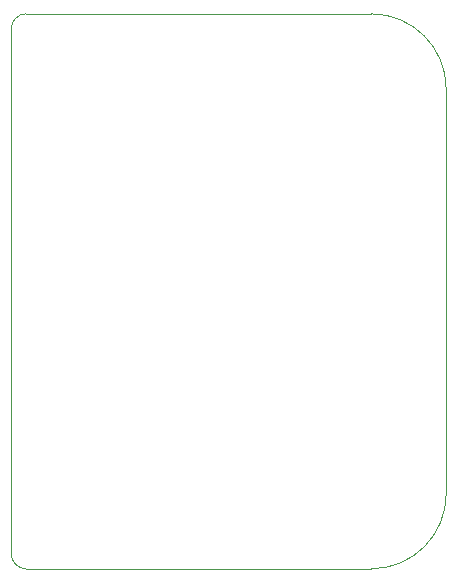
<source format=gbr>
%TF.GenerationSoftware,KiCad,Pcbnew,(5.1.2-1)-1*%
%TF.CreationDate,2019-06-29T03:26:25-07:00*%
%TF.ProjectId,ButtonInterfaceBoard 0-2,42757474-6f6e-4496-9e74-657266616365,rev?*%
%TF.SameCoordinates,Original*%
%TF.FileFunction,Profile,NP*%
%FSLAX46Y46*%
G04 Gerber Fmt 4.6, Leading zero omitted, Abs format (unit mm)*
G04 Created by KiCad (PCBNEW (5.1.2-1)-1) date 2019-06-29 03:26:25*
%MOMM*%
%LPD*%
G04 APERTURE LIST*
%ADD10C,0.050000*%
G04 APERTURE END LIST*
D10*
X91440000Y-100965000D02*
G75*
G02X90170000Y-99695000I0J1270000D01*
G01*
X90170000Y-55245000D02*
G75*
G02X91440000Y-53975000I1270000J0D01*
G01*
X120650000Y-53975000D02*
G75*
G02X127000000Y-60325000I0J-6350000D01*
G01*
X127000000Y-94615000D02*
G75*
G02X120650000Y-100965000I-6350000J0D01*
G01*
X90170000Y-99695000D02*
X90170000Y-55245000D01*
X120650000Y-100965000D02*
X91440000Y-100965000D01*
X127000000Y-60325000D02*
X127000000Y-94615000D01*
X91440000Y-53975000D02*
X120650000Y-53975000D01*
M02*

</source>
